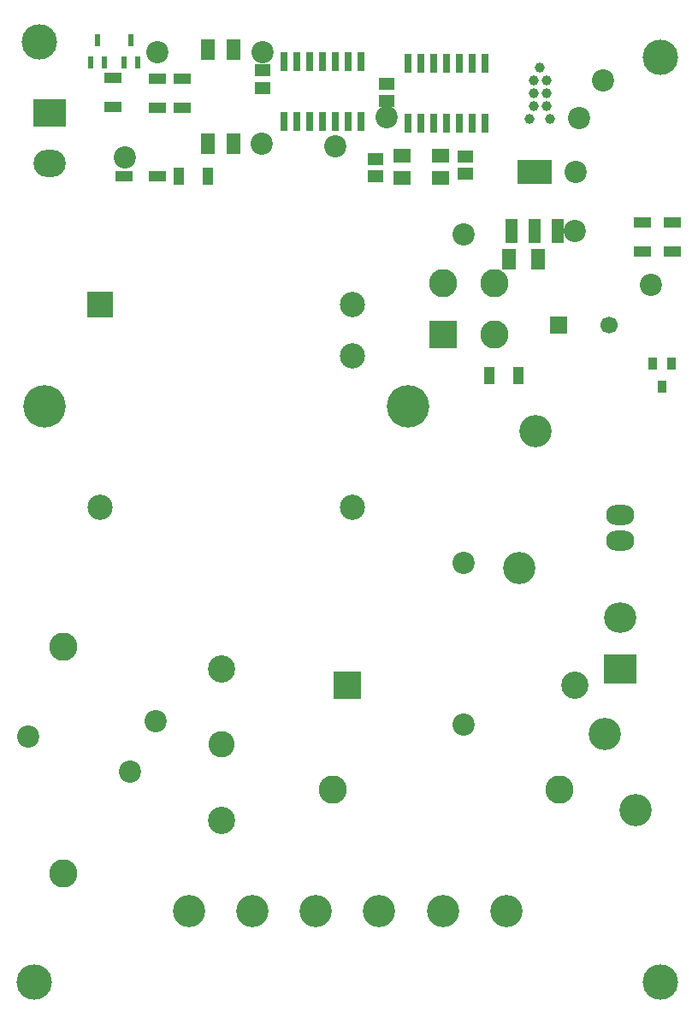
<source format=gts>
G04 DipTrace 2.4.0.2*
%INPanimon_kello_PCB.GTS*%
%MOMM*%
%ADD14C,1.0*%
%ADD28C,2.5*%
%ADD37R,2.5X2.5*%
%ADD50C,2.6*%
%ADD51C,4.2*%
%ADD52C,3.5*%
%ADD56C,2.2*%
%ADD58R,1.7X1.4*%
%ADD60O,3.2X2.7*%
%ADD62R,3.2X2.7*%
%ADD64C,0.987*%
%ADD66R,1.2X2.4*%
%ADD68R,3.5X2.4*%
%ADD70R,0.8X1.9*%
%ADD74R,1.8X1.1*%
%ADD76R,1.1X1.8*%
%ADD78R,2.7X2.7*%
%ADD79R,0.85X1.25*%
%ADD81C,2.2*%
%ADD83O,2.8X2.0*%
%ADD85O,3.2X3.0*%
%ADD87R,3.2X3.0*%
%ADD89C,2.7*%
%ADD90R,2.8X2.8*%
%ADD92R,1.7X1.1*%
%ADD94R,0.5X1.3*%
%ADD96C,3.2*%
%ADD97C,2.8*%
%ADD98R,1.4X2.0*%
%ADD100C,1.7*%
%ADD102R,1.7X1.7*%
%ADD104R,1.6X1.3*%
%FSLAX53Y53*%
G04*
G71*
G90*
G75*
G01*
%LNTopMask*%
%LPD*%
D56*
X3900Y90000D3*
X22600Y84550D3*
X-8400Y96400D3*
X25300Y93600D3*
X-18800Y96400D3*
X-8400D3*
X-18800D3*
X22500Y78700D3*
X22900Y89900D3*
X-8500Y87400D3*
X-22000Y86000D3*
X30000Y73400D3*
X11500Y78400D3*
X-1200Y87100D3*
X-31600Y28700D3*
X11500Y29900D3*
Y45900D3*
D97*
X21000Y23400D3*
X-1500D3*
D104*
X2800Y85800D3*
Y84100D3*
X11700Y84400D3*
Y86100D3*
D102*
X20900Y69400D3*
D100*
X25900D3*
D98*
X18900Y75900D3*
X16000D3*
D104*
X-8400Y94600D3*
Y92900D3*
X3900Y91600D3*
Y93300D3*
D97*
X-28100Y37600D3*
Y15100D3*
D96*
X17000Y45400D3*
X18600Y58900D3*
D94*
X-22140Y95400D3*
X-20800D3*
X-21470Y97600D3*
X-25440Y95400D3*
X-24100D3*
X-24770Y97600D3*
D92*
X-18800Y84100D3*
X-22100D3*
D90*
X9460Y68478D3*
D97*
X14540D3*
Y73558D3*
X9460D3*
D89*
X-12500Y20400D3*
Y35400D3*
D50*
Y27900D3*
D96*
X28500Y21400D3*
X25500Y28900D3*
D87*
X27000Y35400D3*
D85*
Y40480D3*
D83*
Y48100D3*
Y50640D3*
D81*
X-19000Y30200D3*
X-21500Y25200D3*
D98*
X-13800Y87400D3*
X-11260D3*
Y96700D3*
X-13800D3*
D79*
X32100Y65600D3*
X30200D3*
X31150Y63300D3*
D78*
X0Y33800D3*
D89*
X22500D3*
D76*
X-13800Y84100D3*
X-16700D3*
D74*
X-23200Y91000D3*
Y93900D3*
D76*
X14000Y64400D3*
X16900D3*
D74*
X-16400Y93800D3*
Y90900D3*
X29150Y79550D3*
Y76650D3*
X32150D3*
Y79550D3*
X-18800Y93800D3*
Y90900D3*
D37*
X-24500Y71400D3*
D28*
Y51400D3*
X500D3*
Y66400D3*
Y71400D3*
D51*
X6000Y61400D3*
X-30000D3*
D70*
X6000Y89400D3*
X7270D3*
X8540D3*
X9810D3*
X11080D3*
X12350D3*
X13620D3*
Y95300D3*
X12350D3*
X11080D3*
X9810D3*
X8540D3*
X7270D3*
X6000D3*
X-6300Y89600D3*
X-5030D3*
X-3760D3*
X-2490D3*
X-1220D3*
X50D3*
X1320D3*
Y95500D3*
X50D3*
X-1220D3*
X-2490D3*
X-3760D3*
X-5030D3*
X-6300D3*
D96*
X-15700Y11400D3*
X-9420D3*
X-3140D3*
X3140D3*
X9420D3*
X15700D3*
D68*
X18500Y84600D3*
D66*
X16200Y78700D3*
X18500D3*
X20800D3*
D64*
X19700Y93600D3*
Y92330D3*
Y91060D3*
X18430Y93600D3*
Y92330D3*
Y91060D3*
D14*
X19065Y94870D3*
X20081Y89790D3*
X18049D3*
D62*
X-29500Y90400D3*
D60*
Y85400D3*
D58*
X5400Y84000D3*
X9200D3*
Y86200D3*
X5400D3*
D52*
X-31000Y4400D3*
X31000D3*
Y95900D3*
X-30500Y97400D3*
M02*

</source>
